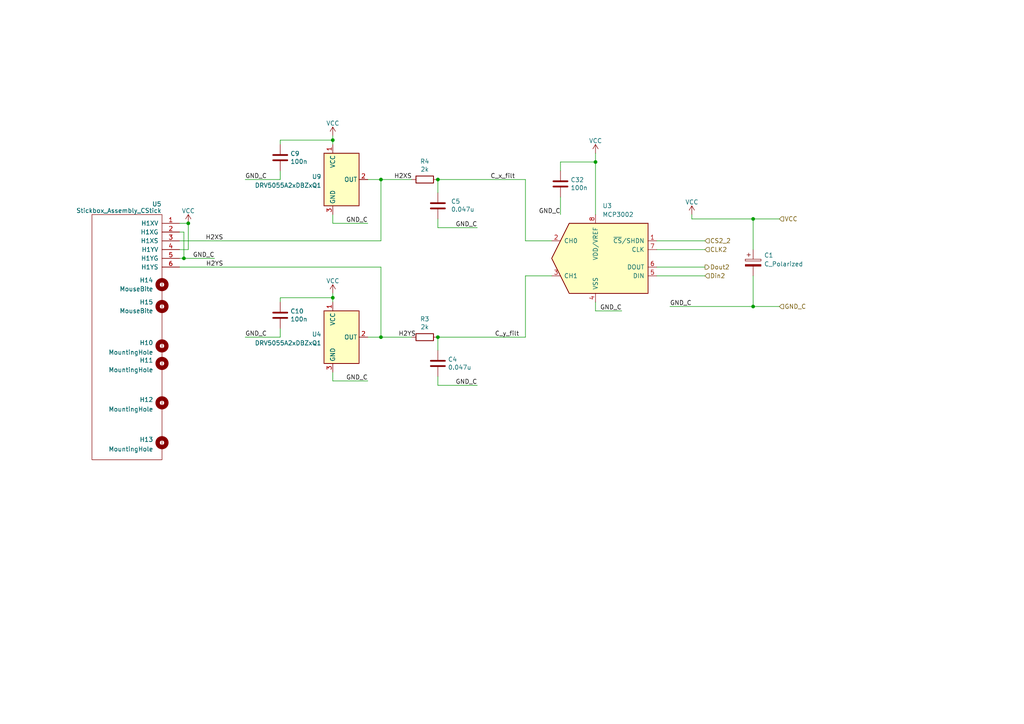
<source format=kicad_sch>
(kicad_sch (version 20211123) (generator eeschema)
  (paper "A4")
  (title_block (title "PHORAE") (rev "A"))
  (lib_symbols
    (symbol "Analog_ADC:MCP3002" (pin_names (offset 1.016))
      (property "Reference" "U" (at -6.35 11.43 0))
      (property "Value" "MCP3002" (at 11.43 11.43 0))
      (symbol "MCP3002_0_1"
        (polyline (pts (xy 15.24 10.16) (xy -7.62 10.16) (xy -12.7 0) (xy -7.62 -10.16) (xy 15.24 -10.16) (xy 15.24 10.16)) (stroke (width 0.254)) (fill (type background)))
      )
      (symbol "MCP3002_1_1"
        (pin input line (at 17.78 5.08 180) (length 2.54) (name "~{CS}/SHDN") (number "1"))
        (pin passive line (at -12.7 5.08 0) (length 2.54) (name "CH0") (number "2"))
        (pin passive line (at -12.7 -5.08 0) (length 2.54) (name "CH1") (number "3"))
        (pin power_in line (at 0 -12.7 90) (length 2.54) (name "VSS") (number "4"))
        (pin input line (at 17.78 -5.08 180) (length 2.54) (name "DIN") (number "5"))
        (pin output line (at 17.78 -2.54 180) (length 2.54) (name "DOUT") (number "6"))
        (pin input line (at 17.78 2.54 180) (length 2.54) (name "CLK") (number "7"))
        (pin power_in line (at 0 12.7 270) (length 2.54) (name "VDD/VREF") (number "8"))
      )
    )
    (symbol "Device:C" (pin_numbers hide) (pin_names (offset 0.254))
      (property "Reference" "C" (at 0.635 2.54 0))
      (property "Value" "C" (at 0.635 -2.54 0))
      (symbol "C_0_1"
        (polyline (pts (xy -2.032 -0.762) (xy 2.032 -0.762)) (stroke (width 0.508)))
        (polyline (pts (xy -2.032 0.762) (xy 2.032 0.762)) (stroke (width 0.508)))
      )
      (symbol "C_1_1"
        (pin passive line (at 0 3.81 270) (length 2.794) (name "~") (number "1"))
        (pin passive line (at 0 -3.81 90) (length 2.794) (name "~") (number "2"))
      )
    )
    (symbol "Device:C_Polarized" (pin_numbers hide) (pin_names (offset 0.254))
      (property "Reference" "C" (at 0.635 2.54 0))
      (property "Value" "C_Polarized" (at 0.635 -2.54 0))
      (symbol "C_Polarized_0_1"
        (rectangle (start -2.286 0.508) (end 2.286 1.016))
        (polyline (pts (xy -1.778 2.286) (xy -0.762 2.286)))
        (polyline (pts (xy -1.27 2.794) (xy -1.27 1.778)))
        (rectangle (start 2.286 -0.508) (end -2.286 -1.016) (fill (type outline)))
      )
      (symbol "C_Polarized_1_1"
        (pin passive line (at 0 3.81 270) (length 2.794) (name "~") (number "1"))
        (pin passive line (at 0 -3.81 90) (length 2.794) (name "~") (number "2"))
      )
    )
    (symbol "Device:R" (pin_numbers hide) (pin_names (offset 0))
      (property "Reference" "R" (at 2.032 0 90))
      (property "Value" "R" (at 0 0 90))
      (symbol "R_0_1"
        (rectangle (start -1.016 -2.54) (end 1.016 2.54) (stroke (width 0.254)))
      )
      (symbol "R_1_1"
        (pin passive line (at 0 3.81 270) (length 1.27) (name "~") (number "1"))
        (pin passive line (at 0 -3.81 90) (length 1.27) (name "~") (number "2"))
      )
    )
    (symbol "Gamecube MB:Stickbox_Assembly_Hall_Only" (pin_names (offset 1.016))
      (property "Reference" "U5" (at 0.127 3.048 0))
      (property "Value" "Stickbox_Assembly_CStick" (at 0.127 1.143 0))
      (symbol "Stickbox_Assembly_Hall_Only_0_0"
        (pin unspecified line (at -5.08 -2.54 0) (length 5.08) (name "H1XV") (number "1"))
        (pin unspecified line (at -5.08 -5.08 0) (length 5.08) (name "H1XG") (number "2"))
        (pin unspecified line (at -5.08 -7.62 0) (length 5.08) (name "H1XS") (number "3"))
        (pin unspecified line (at -5.08 -10.16 0) (length 5.08) (name "H1YV") (number "4"))
        (pin unspecified line (at -5.08 -12.7 0) (length 5.08) (name "H1YG") (number "5"))
        (pin unspecified line (at -5.08 -15.24 0) (length 5.08) (name "H1YS") (number "6"))
      )
      (symbol "Stickbox_Assembly_Hall_Only_0_1"
        (rectangle (start 0 0) (end 20.32 -71.12))
      )
    )
    (symbol "Mechanical:MountingHole" (pin_names (offset 1.016))
      (property "Reference" "H" (at 0 5.08 0))
      (property "Value" "MountingHole" (at 0 3.175 0))
      (symbol "MountingHole_0_1"
        (circle (center 0 0) (radius 1.27) (stroke (width 1.27)))
      )
    )
    (symbol "Sensor_Magnetic:DRV5055A2xDBZxQ1"
      (property "Reference" "U" (at 2.54 12.7 0))
      (property "Value" "DRV5055A2xDBZxQ1" (at 2.54 10.16 0))
      (symbol "DRV5055A2xDBZxQ1_1_1"
        (rectangle (start -5.08 7.62) (end 5.08 -7.62) (stroke (width 0.254)) (fill (type background)))
        (pin power_in line (at -2.54 10.16 270) (length 2.54) (name "VCC") (number "1"))
        (pin output line (at 7.62 0 180) (length 2.54) (name "OUT") (number "2"))
        (pin power_in line (at -2.54 -10.16 90) (length 2.54) (name "GND") (number "3"))
      )
    )
    (symbol "power:VCC" (power) (pin_names (offset 0))
      (property "Value" "VCC" (at 0 3.81 0))
      (symbol "VCC_0_1"
        (polyline (pts (xy -0.762 1.27) (xy 0 2.54)))
        (polyline (pts (xy 0 0) (xy 0 2.54)))
        (polyline (pts (xy 0 2.54) (xy 0.762 1.27)))
      )
      (symbol "VCC_1_1"
        (pin power_in line (at 0 0 90) (length 0) hide (name "VCC") (number "1"))
      )
    )
  )
  (junction (at 54.61 64.77))
  (junction (at 172.72 46.99))
  (junction (at 218.44 88.9))
  (junction (at 96.52 86.36))
  (junction (at 110.49 52.07))
  (junction (at 127 52.07))
  (junction (at 218.44 63.5))
  (junction (at 96.52 40.64))
  (junction (at 127 97.79))
  (junction (at 110.49 97.79))
  (junction (at 53.34 74.93))
  (wire (pts (xy 127 97.79) (xy 152.4 97.79)))
  (wire (pts (xy 127 63.5) (xy 127 66.04)))
  (wire (pts (xy 127 52.07) (xy 152.4 52.07)))
  (wire (pts (xy 96.52 85.09) (xy 96.52 86.36)))
  (wire (pts (xy 52.07 77.47) (xy 110.49 77.47)))
  (wire (pts (xy 96.52 40.64) (xy 96.52 41.91)))
  (wire (pts (xy 162.56 62.23) (xy 162.56 57.15)))
  (wire (pts (xy 53.34 67.31) (xy 53.34 74.93)))
  (wire (pts (xy 81.28 97.79) (xy 71.12 97.79)))
  (wire (pts (xy 110.49 52.07) (xy 119.38 52.07)))
  (wire (pts (xy 162.56 46.99) (xy 162.56 49.53)))
  (wire (pts (xy 54.61 64.77) (xy 54.61 72.39)))
  (wire (pts (xy 194.31 88.9) (xy 218.44 88.9)))
  (wire (pts (xy 190.5 77.47) (xy 204.47 77.47)))
  (wire (pts (xy 96.52 39.37) (xy 96.52 40.64)))
  (wire (pts (xy 96.52 110.49) (xy 106.68 110.49)))
  (wire (pts (xy 127 109.22) (xy 127 111.76)))
  (wire (pts (xy 172.72 90.17) (xy 180.34 90.17)))
  (wire (pts (xy 106.68 52.07) (xy 110.49 52.07)))
  (wire (pts (xy 172.72 46.99) (xy 172.72 62.23)))
  (wire (pts (xy 172.72 87.63) (xy 172.72 90.17)))
  (wire (pts (xy 81.28 49.53) (xy 81.28 52.07)))
  (wire (pts (xy 81.28 95.25) (xy 81.28 97.79)))
  (wire (pts (xy 96.52 62.23) (xy 96.52 64.77)))
  (wire (pts (xy 52.07 67.31) (xy 53.34 67.31)))
  (wire (pts (xy 53.34 74.93) (xy 52.07 74.93)))
  (wire (pts (xy 106.68 97.79) (xy 110.49 97.79)))
  (wire (pts (xy 127 52.07) (xy 127 55.88)))
  (wire (pts (xy 110.49 69.85) (xy 110.49 52.07)))
  (wire (pts (xy 54.61 72.39) (xy 52.07 72.39)))
  (wire (pts (xy 218.44 88.9) (xy 226.06 88.9)))
  (wire (pts (xy 96.52 107.95) (xy 96.52 110.49)))
  (wire (pts (xy 218.44 63.5) (xy 226.06 63.5)))
  (wire (pts (xy 81.28 40.64) (xy 96.52 40.64)))
  (wire (pts (xy 110.49 77.47) (xy 110.49 97.79)))
  (wire (pts (xy 96.52 64.77) (xy 106.68 64.77)))
  (wire (pts (xy 152.4 52.07) (xy 152.4 69.85)))
  (wire (pts (xy 96.52 86.36) (xy 96.52 87.63)))
  (wire (pts (xy 190.5 80.01) (xy 204.47 80.01)))
  (wire (pts (xy 152.4 80.01) (xy 152.4 97.79)))
  (wire (pts (xy 190.5 72.39) (xy 204.47 72.39)))
  (wire (pts (xy 81.28 41.91) (xy 81.28 40.64)))
  (wire (pts (xy 172.72 44.45) (xy 172.72 46.99)))
  (wire (pts (xy 200.66 63.5) (xy 218.44 63.5)))
  (wire (pts (xy 52.07 69.85) (xy 110.49 69.85)))
  (wire (pts (xy 52.07 64.77) (xy 54.61 64.77)))
  (wire (pts (xy 190.5 69.85) (xy 204.47 69.85)))
  (wire (pts (xy 127 111.76) (xy 138.43 111.76)))
  (wire (pts (xy 200.66 62.23) (xy 200.66 63.5)))
  (wire (pts (xy 162.56 46.99) (xy 172.72 46.99)))
  (wire (pts (xy 81.28 86.36) (xy 96.52 86.36)))
  (wire (pts (xy 110.49 97.79) (xy 119.38 97.79)))
  (wire (pts (xy 160.02 69.85) (xy 152.4 69.85)))
  (wire (pts (xy 160.02 80.01) (xy 152.4 80.01)))
  (wire (pts (xy 127 97.79) (xy 127 101.6)))
  (wire (pts (xy 218.44 63.5) (xy 218.44 72.39)))
  (wire (pts (xy 53.34 74.93) (xy 62.23 74.93)))
  (wire (pts (xy 218.44 80.01) (xy 218.44 88.9)))
  (wire (pts (xy 127 66.04) (xy 138.43 66.04)))
  (wire (pts (xy 81.28 87.63) (xy 81.28 86.36)))
  (wire (pts (xy 81.28 52.07) (xy 71.12 52.07)))
  (label "GND_C" (at 138.43 66.04 180))
  (label "H2YS" (at 64.77 77.47 180))
  (label "GND_C" (at 180.34 90.17 180))
  (label "GND_C" (at 106.68 64.77 180))
  (label "GND_C" (at 194.31 88.9 0))
  (label "H2XS" (at 114.3 52.07 0))
  (label "C_x_filt" (at 142.24 52.07 0))
  (label "GND_C" (at 162.56 62.23 180))
  (label "GND_C" (at 71.12 97.79 0))
  (label "C_y_filt" (at 143.51 97.79 0))
  (label "H2YS" (at 115.57 97.79 0))
  (label "H2XS" (at 64.77 69.85 180))
  (label "GND_C" (at 138.43 111.76 180))
  (label "GND_C" (at 106.68 110.49 180))
  (label "GND_C" (at 62.23 74.93 180))
  (label "GND_C" (at 71.12 52.07 0))
  (hierarchical_label "Din2" (shape input) (at 204.47 80.01 0))
  (hierarchical_label "VCC" (shape input) (at 226.06 63.5 0))
  (hierarchical_label "CLK2" (shape input) (at 204.47 72.39 0))
  (hierarchical_label "GND_C" (shape input) (at 226.06 88.9 0))
  (hierarchical_label "Dout2" (shape output) (at 204.47 77.47 0))
  (hierarchical_label "CS2_2" (shape input) (at 204.47 69.85 0))
  (symbol (lib_id "Mechanical:MountingHole") (at 46.99 82.55 0) (mirror y) (unit 1)
    (property "Reference" "H14" (at 44.45 81.2799 0) (effects (justify left)))
    (property "Value" "MouseBite" (at 44.45 83.8199 0) (effects (justify left)))
    (property "Footprint" "PhobGCC_2_0_0_footprints:breakaway-mousebites-double-v2-small" (effects hide))
  )
  (symbol (lib_id "Gamecube MB:Stickbox_Assembly_Hall_Only") (at 46.99 62.23 0) (mirror y) (unit 1)
    (property "Reference" "U5" (at 46.863 59.182 0) (effects (justify left)))
    (property "Value" "Stickbox_Assembly_CStick" (at 46.863 61.087 0) (effects (justify left)))
    (property "Footprint" "PhobGCC_2_0_0_footprints:GCC_Stickbox_Hall_Only" (effects hide))
  )
  (symbol (lib_id "power:VCC") (at 96.52 39.37 0) (mirror y) (unit 1)
    (property "Reference" "#PWR0103" (effects hide))
    (property "Value" "VCC" (at 96.52 35.7655 0))
  )
  (symbol (lib_id "Device:C") (at 81.28 91.44 0) (unit 1)
    (property "Reference" "C10" (at 84.201 90.2716 0) (effects (justify left)))
    (property "Value" "100n" (at 84.201 92.583 0) (effects (justify left)))
    (property "Footprint" "Capacitor_SMD:C_0603_1608Metric" (effects hide))
  )
  (symbol (lib_id "power:VCC") (at 200.66 62.23 0) (unit 1)
    (property "Reference" "#PWR0117" (effects hide))
    (property "Value" "VCC" (at 200.66 58.6255 0))
  )
  (symbol (lib_id "Device:C_Polarized") (at 218.44 76.2 0) (unit 1)
    (property "Reference" "C1" (at 221.615 74.0409 0) (effects (justify left)))
    (property "Value" "C_Polarized" (at 221.615 76.5809 0) (effects (justify left)))
    (property "Footprint" "Capacitor_Tantalum_SMD:CP_EIA-3528-12_Kemet-T_Pad1.50x2.35mm_HandSolder" (effects hide))
  )
  (symbol (lib_id "power:VCC") (at 172.72 44.45 0) (unit 1)
    (property "Reference" "#PWR060" (effects hide))
    (property "Value" "VCC" (at 172.72 40.8455 0))
  )
  (symbol (lib_id "power:VCC") (at 96.52 85.09 0) (mirror y) (unit 1)
    (property "Reference" "#PWR0102" (effects hide))
    (property "Value" "VCC" (at 96.52 81.4855 0))
  )
  (symbol (lib_id "Analog_ADC:MCP3002") (at 172.72 74.93 0) (unit 1)
    (property "Reference" "U3" (at 174.7394 59.69 0) (effects (justify left)))
    (property "Value" "MCP3002" (at 174.7394 62.23 0) (effects (justify left)))
    (property "Footprint" "PhobGCC_2_0_0_footprints:SOIC-8_3.9x4.9mm_P1.27mm" (effects hide))
    (property "Datasheet" "http://ww1.microchip.com/downloads/en/DeviceDoc/21294E.pdf" (effects hide))
  )
  (symbol (lib_id "Device:C") (at 127 105.41 0) (unit 1)
    (property "Reference" "C4" (at 129.921 104.2416 0) (effects (justify left)))
    (property "Value" "0.047u" (at 129.921 106.553 0) (effects (justify left)))
    (property "Footprint" "PhobGCC_2_0_0_footprints:C_0603_HandSoldering" (effects hide))
    (property "LCSC" "C1622" (effects hide))
  )
  (symbol (lib_id "Sensor_Magnetic:DRV5055A2xDBZxQ1") (at 99.06 52.07 0) (unit 1)
    (property "Reference" "U9" (at 93.2181 51.2353 0) (effects (justify right)))
    (property "Value" "DRV5055A2xDBZxQ1" (at 93.2181 53.7722 0) (effects (justify right)))
    (property "Footprint" "PhobGCC_2_0_0_footprints:SOT-23" (effects hide))
    (property "Datasheet" "https://www.ti.com/lit/ds/symlink/drv5055-q1.pdf" (effects hide))
  )
  (symbol (lib_id "Device:C") (at 81.28 45.72 0) (unit 1)
    (property "Reference" "C9" (at 84.201 44.5516 0) (effects (justify left)))
    (property "Value" "100n" (at 84.201 46.863 0) (effects (justify left)))
    (property "Footprint" "Capacitor_SMD:C_0603_1608Metric" (effects hide))
  )
  (symbol (lib_id "Sensor_Magnetic:DRV5055A2xDBZxQ1") (at 99.06 97.79 0) (unit 1)
    (property "Reference" "U4" (at 93.2181 96.9553 0) (effects (justify right)))
    (property "Value" "DRV5055A2xDBZxQ1" (at 93.2181 99.4922 0) (effects (justify right)))
    (property "Footprint" "PhobGCC_2_0_0_footprints:SOT-23" (effects hide))
    (property "Datasheet" "https://www.ti.com/lit/ds/symlink/drv5055-q1.pdf" (effects hide))
  )
  (symbol (lib_id "Mechanical:MountingHole") (at 46.99 128.397 0) (mirror y) (unit 1)
    (property "Reference" "H13" (at 44.45 127.4885 0) (effects (justify left)))
    (property "Value" "MountingHole" (at 44.45 130.2636 0) (effects (justify left)))
    (property "Footprint" "PhobGCC_2_0_0_footprints:MountingHole_2.0mm" (effects hide))
  )
  (symbol (lib_id "Mechanical:MountingHole") (at 46.99 88.9 0) (mirror y) (unit 1)
    (property "Reference" "H15" (at 44.45 87.6299 0) (effects (justify left)))
    (property "Value" "MouseBite" (at 44.45 90.1699 0) (effects (justify left)))
    (property "Footprint" "PhobGCC_2_0_0_footprints:breakaway-mousebites-double-v2-large" (effects hide))
  )
  (symbol (lib_id "Device:R") (at 123.19 52.07 270) (unit 1)
    (property "Reference" "R4" (at 123.19 46.8122 90))
    (property "Value" "2k" (at 123.19 49.1236 90))
    (property "Footprint" "PhobGCC_2_0_0_footprints:R_0603_1608Metric_Pad0.98x0.95mm_HandSolder" (effects hide))
    (property "LCSC" "C22975" (effects hide))
  )
  (symbol (lib_id "Mechanical:MountingHole") (at 46.99 116.84 0) (mirror y) (unit 1)
    (property "Reference" "H12" (at 44.45 115.9315 0) (effects (justify left)))
    (property "Value" "MountingHole" (at 44.45 118.7066 0) (effects (justify left)))
    (property "Footprint" "PhobGCC_2_0_0_footprints:MountingHole_2.0mm" (effects hide))
  )
  (symbol (lib_id "Device:C") (at 127 59.69 0) (unit 1)
    (property "Reference" "C5" (at 130.81 58.42 0) (effects (justify left)))
    (property "Value" "0.047u" (at 130.81 60.7314 0) (effects (justify left)))
    (property "Footprint" "PhobGCC_2_0_0_footprints:C_0603_HandSoldering" (effects hide))
    (property "LCSC" "C1622" (effects hide))
  )
  (symbol (lib_id "power:VCC") (at 54.61 64.77 0) (mirror y) (unit 1)
    (property "Reference" "#PWR058" (effects hide))
    (property "Value" "VCC" (at 54.61 61.1655 0))
  )
  (symbol (lib_id "Device:R") (at 123.19 97.79 270) (unit 1)
    (property "Reference" "R3" (at 123.19 92.5322 90))
    (property "Value" "2k" (at 123.19 94.8436 90))
    (property "Footprint" "PhobGCC_2_0_0_footprints:R_0603_1608Metric_Pad0.98x0.95mm_HandSolder" (effects hide))
    (property "LCSC" "C22975" (effects hide))
  )
  (symbol (lib_id "Mechanical:MountingHole") (at 46.99 100.33 0) (mirror y) (unit 1)
    (property "Reference" "H10" (at 44.45 99.4215 0) (effects (justify left)))
    (property "Value" "MountingHole" (at 44.45 102.1966 0) (effects (justify left)))
    (property "Footprint" "PhobGCC_2_0_0_footprints:MountingHole_1.8mm" (effects hide))
  )
  (symbol (lib_id "Device:C") (at 162.56 53.34 0) (unit 1)
    (property "Reference" "C32" (at 165.481 52.1716 0) (effects (justify left)))
    (property "Value" "100n" (at 165.481 54.483 0) (effects (justify left)))
    (property "Footprint" "PhobGCC_2_0_0_footprints:C_0402_1005Metric" (effects hide))
  )
  (symbol (lib_id "Mechanical:MountingHole") (at 46.99 105.41 0) (mirror y) (unit 1)
    (property "Reference" "H11" (at 44.45 104.5015 0) (effects (justify left)))
    (property "Value" "MountingHole" (at 44.45 107.2766 0) (effects (justify left)))
    (property "Footprint" "PhobGCC_2_0_0_footprints:MountingHole_5.2mm" (effects hide))
  )
)
</source>
